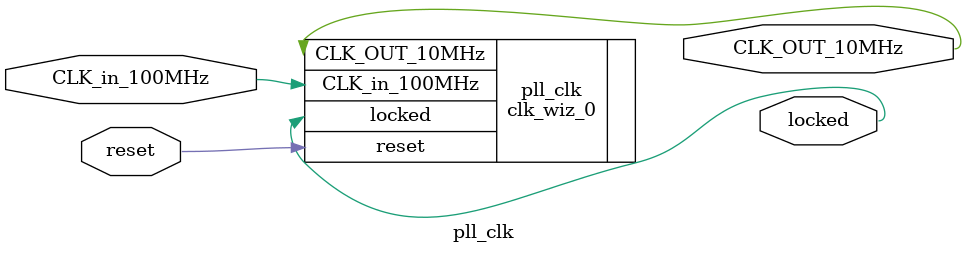
<source format=sv>


module pll_clk (
    input CLK_in_100MHz,//clock de entrada con f=100Mhz
    input reset,//señal de control reset
    output locked,//parámetro de bloqueo del PLL
    output CLK_OUT_10MHz//clock de salida con f=10Mhz
);
// Instancia del PLL
//instanciado del clocking Wizard   
  clk_wiz_0 pll_clk
   (
    // Clock out ports
    .CLK_OUT_10MHz(CLK_OUT_10MHz),     // output CLK_OUT_10MHz
    // Status and control signals
    .reset(reset), // input reset
    .locked(locked),       // output locked
   // Clock in ports
    .CLK_in_100MHz(CLK_in_100MHz)      // input CLK_in_100MHz
);
//Aqui termina el instanciado del clocking Wizard

endmodule
</source>
